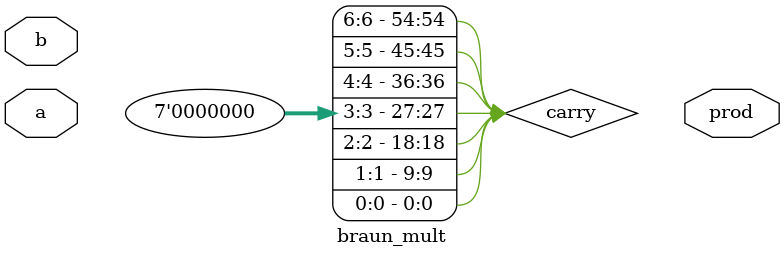
<source format=v>

module braun_mult (

    input  [8 - 1 : 0] a,
    input  [8 - 1 : 0] b,
    output [8 * 2 -1 : 0] prod
);

wire [64 - 1 : 0] ab_prod;          // For Partial Products
wire [56 - 1 : 0] psum;                // For Partial Sums generated by FAs
wire [((8 +1)*(8 -1)) - 1 : 0] carry;                // For Carrys from and to each FA

assign carry[0] = 0;
assign carry[9] = 0;
assign carry[18] = 0;
assign carry[27] = 0;
assign carry[36] = 0;
assign carry[45] = 0;
assign carry[54] = 0;



and a0b0(ab_prod[0], a[0], b[0]);
and a1b0(ab_prod[1], a[1], b[0]);
and a2b0(ab_prod[2], a[2], b[0]);
and a3b0(ab_prod[3], a[3], b[0]);
and a4b0(ab_prod[4], a[4], b[0]);
and a5b0(ab_prod[5], a[5], b[0]);
and a6b0(ab_prod[6], a[6], b[0]);
and a7b0(ab_prod[7], a[7], b[0]);

and a0b1(ab_prod[8], a[0], b[1]);
and a1b1(ab_prod[9], a[1], b[1]);
and a2b1(ab_prod[10], a[2], b[1]);
and a3b1(ab_prod[11], a[3], b[1]);
and a4b1(ab_prod[12], a[4], b[1]);
and a5b1(ab_prod[13], a[5], b[1]);
and a6b1(ab_prod[14], a[6], b[1]);
and a7b1(ab_prod[15], a[7], b[1]);

and a0b2(ab_prod[16], a[0], b[2]);
and a1b2(ab_prod[17], a[1], b[2]);
and a2b2(ab_prod[18], a[2], b[2]);
and a3b2(ab_prod[19], a[3], b[2]);
and a4b2(ab_prod[20], a[4], b[2]);
and a5b2(ab_prod[21], a[5], b[2]);
and a6b2(ab_prod[22], a[6], b[2]);
and a7b2(ab_prod[23], a[7], b[2]);

and a0b3(ab_prod[24], a[0], b[3]);
and a1b3(ab_prod[25], a[1], b[3]);
and a2b3(ab_prod[26], a[2], b[3]);
and a3b3(ab_prod[27], a[3], b[3]);
and a4b3(ab_prod[28], a[4], b[3]);
and a5b3(ab_prod[29], a[5], b[3]);
and a6b3(ab_prod[30], a[6], b[3]);
and a7b3(ab_prod[31], a[7], b[3]);

and a0b4(ab_prod[32], a[0], b[4]);
and a1b4(ab_prod[33], a[1], b[4]);
and a2b4(ab_prod[34], a[2], b[4]);
and a3b4(ab_prod[35], a[3], b[4]);
and a4b4(ab_prod[36], a[4], b[4]);
and a5b4(ab_prod[37], a[5], b[4]);
and a6b4(ab_prod[38], a[6], b[4]);
and a7b4(ab_prod[39], a[7], b[4]);

and a0b5(ab_prod[40], a[0], b[5]);
and a1b5(ab_prod[41], a[1], b[5]);
and a2b5(ab_prod[42], a[2], b[5]);
and a3b5(ab_prod[43], a[3], b[5]);
and a4b5(ab_prod[44], a[4], b[5]);
and a5b5(ab_prod[45], a[5], b[5]);
and a6b5(ab_prod[46], a[6], b[5]);
and a7b5(ab_prod[47], a[7], b[5]);

and a0b6(ab_prod[48], a[0], b[6]);
and a1b6(ab_prod[49], a[1], b[6]);
and a2b6(ab_prod[50], a[2], b[6]);
and a3b6(ab_prod[51], a[3], b[6]);
and a4b6(ab_prod[52], a[4], b[6]);
and a5b6(ab_prod[53], a[5], b[6]);
and a6b6(ab_prod[54], a[6], b[6]);
and a7b6(ab_prod[55], a[7], b[6]);

and a0b7(ab_prod[56], a[0], b[7]);
and a1b7(ab_prod[57], a[1], b[7]);
and a2b7(ab_prod[58], a[2], b[7]);
and a3b7(ab_prod[59], a[3], b[7]);
and a4b7(ab_prod[60], a[4], b[7]);
and a5b7(ab_prod[61], a[5], b[7]);
and a6b7(ab_prod[62], a[6], b[7]);
and a7b7(ab_prod[63], a[7], b[7]);









endmodule

</source>
